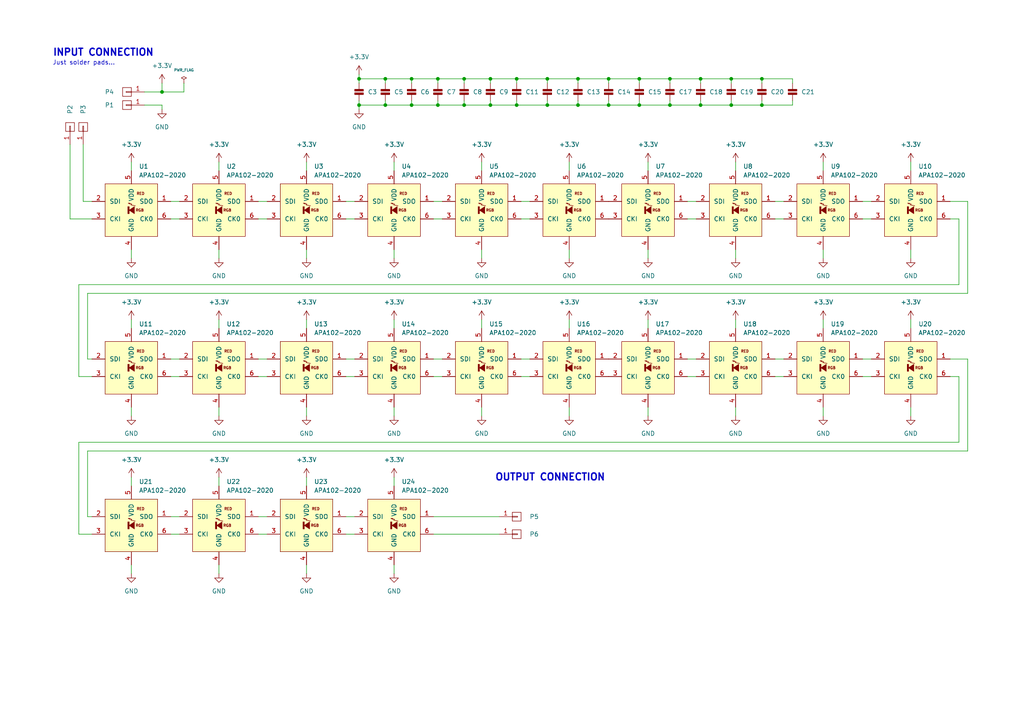
<source format=kicad_sch>
(kicad_sch (version 20230121) (generator eeschema)
  (paper "A4")
  (title_block (title "SPE Tube Interior Lighting") (date "2023-08-09") (rev "V1.0") (comment 1 "Intended to be press-fit mounted in bulkhead ") (comment 2 "Use with 3D printed lighting modifier and diffuser"))
  (lib_symbols
    (symbol "appli_capacitor:100n_X7R_1608M" (pin_numbers hide) (pin_names (offset 0.254))
      (property "Reference" "C" (at -2.286 -2.54 90))
      (property "Value" "100n_X7R_1608M" (at 2.159 -2.54 90))
      (symbol "100n_X7R_1608M_0_1"
        (rectangle (start -1.27 -2.794) (end 1.27 -3.302) (fill (type outline)))
        (rectangle (start -1.27 -1.778) (end 1.27 -2.286) (fill (type outline)))
      )
      (symbol "100n_X7R_1608M_1_1"
        (pin passive line (at 0 0 270) (length 1.778) (name "~") (number "1"))
        (pin passive line (at 0 -5.08 90) (length 1.778) (name "~") (number "2"))
      )
    )
    (symbol "appli_connector:PAD_SOLDER_2mm_SQUARE" (pin_names (offset 1.016) hide)
      (property "Reference" "P" (at 0 2.54 0))
      (property "Value" "PAD_SOLDER_2mm" (at 0 -3.81 0))
      (symbol "PAD_SOLDER_2mm_SQUARE_0_1"
        (rectangle (start -1.27 0.127) (end 0.254 -0.127))
        (rectangle (start -1.27 1.27) (end 1.27 -1.27))
      )
      (symbol "PAD_SOLDER_2mm_SQUARE_1_1"
        (pin passive line (at -5.08 0 0) (length 3.81) (name "P1") (number "1"))
      )
    )
    (symbol "appli_device:APA102-2020" (pin_names (offset 1.27))
      (property "Reference" "U" (at -6.35 8.89 0))
      (property "Value" "APA102-2020" (at 8.89 8.89 0))
      (symbol "APA102-2020_0_0"
        (text "RED" (at 2.667 4.826 0) (effects (font (size 0.762 0.762))))
        (text "RGB" (at 2.413 0 0) (effects (font (size 0.762 0.762))))
      )
      (symbol "APA102-2020_0_1"
        (rectangle (start -1.016 1.016) (end -0.635 -1.016) (fill (type outline)))
        (polyline (pts (xy -0.635 0) (xy 0.889 1.016) (xy 0.889 -1.016) (xy -0.635 0)) (fill (type outline)))
        (polyline (pts (xy -0.381 2.032) (xy -0.889 2.032) (xy -0.381 1.778) (xy -0.381 1.778)))
        (polyline (pts (xy 1.143 1.27) (xy -0.127 1.524) (xy 0.127 1.778) (xy -0.889 2.032) (xy -0.889 2.032) (xy -0.889 2.032)))
        (rectangle (start 7.62 7.62) (end -7.62 -7.62) (fill (type background)))
      )
      (symbol "APA102-2020_1_1"
        (pin passive line (at 11.43 2.54 180) (length 3.81) (name "SDO") (number "1"))
        (pin passive line (at -11.43 2.54 0) (length 3.81) (name "SDI") (number "2"))
        (pin passive line (at -11.43 -2.54 0) (length 3.81) (name "CKI") (number "3"))
        (pin passive line (at 0 -11.43 90) (length 3.81) (name "GND") (number "4"))
        (pin passive line (at 0 11.43 270) (length 3.81) (name "VDD") (number "5"))
        (pin passive line (at 11.43 -2.54 180) (length 3.81) (name "CK0") (number "6"))
      )
    )
    (symbol "appli_power:+3.3V" (power) (pin_names (offset 0))
      (property "Value" "+3.3V" (at 0 3.556 0))
      (symbol "+3.3V_0_1"
        (polyline (pts (xy -0.762 1.27) (xy 0 2.54)))
        (polyline (pts (xy 0 0) (xy 0 2.54)))
        (polyline (pts (xy 0 2.54) (xy 0.762 1.27)))
      )
      (symbol "+3.3V_1_1"
        (pin power_in line (at 0 0 90) (length 0) hide (name "+3.3V") (number "1"))
      )
    )
    (symbol "appli_power:GND" (power) (pin_names (offset 0))
      (property "Value" "GND" (at 0 -3.81 0))
      (symbol "GND_0_1"
        (polyline (pts (xy 0 0) (xy 0 -1.27) (xy 1.27 -1.27) (xy 0 -2.54) (xy -1.27 -1.27) (xy 0 -1.27)))
      )
      (symbol "GND_1_1"
        (pin power_in line (at 0 0 270) (length 0) hide (name "GND") (number "1"))
      )
    )
    (symbol "appli_power:PWR_FLAG" (power) (pin_numbers hide) (pin_names (offset 0) hide)
      (property "Value" "PWR_FLAG" (at 0 2.54 0))
      (symbol "PWR_FLAG_0_0"
        (pin power_out line (at 0 0 90) (length 0) (name "pwr") (number "1"))
      )
      (symbol "PWR_FLAG_0_1"
        (polyline (pts (xy 0 0) (xy 0 1.143) (xy -0.762 1.524) (xy 0 1.905) (xy 0.762 1.524) (xy 0 1.143)))
      )
    )
  )
  (junction (at 127 22.86))
  (junction (at 142.24 30.48))
  (junction (at 111.76 30.48))
  (junction (at 185.42 22.86))
  (junction (at 158.75 30.48))
  (junction (at 194.31 22.86))
  (junction (at 134.62 22.86))
  (junction (at 194.31 30.48))
  (junction (at 158.75 22.86))
  (junction (at 46.99 26.67))
  (junction (at 176.53 22.86))
  (junction (at 220.98 30.48))
  (junction (at 111.76 22.86))
  (junction (at 142.24 22.86))
  (junction (at 104.14 22.86))
  (junction (at 119.38 30.48))
  (junction (at 149.86 22.86))
  (junction (at 185.42 30.48))
  (junction (at 212.09 30.48))
  (junction (at 203.2 30.48))
  (junction (at 212.09 22.86))
  (junction (at 104.14 30.48))
  (junction (at 167.64 30.48))
  (junction (at 176.53 30.48))
  (junction (at 119.38 22.86))
  (junction (at 203.2 22.86))
  (junction (at 127 30.48))
  (junction (at 167.64 22.86))
  (junction (at 134.62 30.48))
  (junction (at 220.98 22.86))
  (junction (at 149.86 30.48))
  (wire (pts (xy 24.13 58.42) (xy 26.67 58.42)))
  (wire (pts (xy 187.96 118.11) (xy 187.96 120.65)))
  (wire (pts (xy 158.75 22.86) (xy 158.75 24.13)))
  (wire (pts (xy 142.24 30.48) (xy 149.86 30.48)))
  (wire (pts (xy 22.86 109.22) (xy 26.67 109.22)))
  (wire (pts (xy 139.7 72.39) (xy 139.7 74.93)))
  (wire (pts (xy 203.2 22.86) (xy 212.09 22.86)))
  (wire (pts (xy 119.38 22.86) (xy 119.38 24.13)))
  (wire (pts (xy 125.73 154.94) (xy 144.78 154.94)))
  (wire (pts (xy 250.19 104.14) (xy 252.73 104.14)))
  (wire (pts (xy 111.76 30.48) (xy 119.38 30.48)))
  (wire (pts (xy 149.86 29.21) (xy 149.86 30.48)))
  (wire (pts (xy 63.5 92.71) (xy 63.5 95.25)))
  (wire (pts (xy 212.09 22.86) (xy 220.98 22.86)))
  (wire (pts (xy 125.73 149.86) (xy 144.78 149.86)))
  (wire (pts (xy 176.53 22.86) (xy 185.42 22.86)))
  (wire (pts (xy 213.36 92.71) (xy 213.36 95.25)))
  (wire (pts (xy 250.19 109.22) (xy 252.73 109.22)))
  (wire (pts (xy 264.16 118.11) (xy 264.16 120.65)))
  (wire (pts (xy 25.4 130.81) (xy 25.4 149.86)))
  (wire (pts (xy 119.38 30.48) (xy 127 30.48)))
  (wire (pts (xy 104.14 29.21) (xy 104.14 30.48)))
  (wire (pts (xy 199.39 63.5) (xy 201.93 63.5)))
  (wire (pts (xy 24.13 41.91) (xy 24.13 58.42)))
  (wire (pts (xy 88.9 92.71) (xy 88.9 95.25)))
  (wire (pts (xy 167.64 29.21) (xy 167.64 30.48)))
  (wire (pts (xy 88.9 72.39) (xy 88.9 74.93)))
  (wire (pts (xy 220.98 22.86) (xy 229.87 22.86)))
  (wire (pts (xy 158.75 22.86) (xy 167.64 22.86)))
  (wire (pts (xy 213.36 46.99) (xy 213.36 49.53)))
  (wire (pts (xy 38.1 92.71) (xy 38.1 95.25)))
  (wire (pts (xy 41.91 26.67) (xy 46.99 26.67)))
  (wire (pts (xy 74.93 58.42) (xy 77.47 58.42)))
  (wire (pts (xy 100.33 63.5) (xy 102.87 63.5)))
  (wire (pts (xy 167.64 22.86) (xy 167.64 24.13)))
  (wire (pts (xy 280.67 85.09) (xy 25.4 85.09)))
  (wire (pts (xy 185.42 22.86) (xy 185.42 24.13)))
  (wire (pts (xy 49.53 63.5) (xy 52.07 63.5)))
  (wire (pts (xy 224.79 58.42) (xy 227.33 58.42)))
  (wire (pts (xy 125.73 104.14) (xy 128.27 104.14)))
  (wire (pts (xy 165.1 92.71) (xy 165.1 95.25)))
  (wire (pts (xy 212.09 30.48) (xy 220.98 30.48)))
  (wire (pts (xy 229.87 22.86) (xy 229.87 24.13)))
  (wire (pts (xy 127 29.21) (xy 127 30.48)))
  (wire (pts (xy 139.7 118.11) (xy 139.7 120.65)))
  (wire (pts (xy 134.62 30.48) (xy 142.24 30.48)))
  (wire (pts (xy 220.98 22.86) (xy 220.98 24.13)))
  (wire (pts (xy 114.3 163.83) (xy 114.3 166.37)))
  (wire (pts (xy 203.2 29.21) (xy 203.2 30.48)))
  (wire (pts (xy 127 22.86) (xy 127 24.13)))
  (wire (pts (xy 212.09 22.86) (xy 212.09 24.13)))
  (wire (pts (xy 49.53 109.22) (xy 52.07 109.22)))
  (wire (pts (xy 100.33 104.14) (xy 102.87 104.14)))
  (wire (pts (xy 275.59 104.14) (xy 280.67 104.14)))
  (wire (pts (xy 278.13 128.27) (xy 22.86 128.27)))
  (wire (pts (xy 25.4 149.86) (xy 26.67 149.86)))
  (wire (pts (xy 187.96 72.39) (xy 187.96 74.93)))
  (wire (pts (xy 224.79 109.22) (xy 227.33 109.22)))
  (wire (pts (xy 194.31 30.48) (xy 203.2 30.48)))
  (wire (pts (xy 104.14 30.48) (xy 104.14 31.75)))
  (wire (pts (xy 275.59 58.42) (xy 280.67 58.42)))
  (wire (pts (xy 203.2 22.86) (xy 203.2 24.13)))
  (wire (pts (xy 38.1 163.83) (xy 38.1 166.37)))
  (wire (pts (xy 212.09 29.21) (xy 212.09 30.48)))
  (wire (pts (xy 238.76 46.99) (xy 238.76 49.53)))
  (wire (pts (xy 142.24 22.86) (xy 142.24 24.13)))
  (wire (pts (xy 111.76 22.86) (xy 119.38 22.86)))
  (wire (pts (xy 278.13 82.55) (xy 22.86 82.55)))
  (wire (pts (xy 187.96 46.99) (xy 187.96 49.53)))
  (wire (pts (xy 41.91 30.48) (xy 46.99 30.48)))
  (wire (pts (xy 25.4 104.14) (xy 26.67 104.14)))
  (wire (pts (xy 74.93 104.14) (xy 77.47 104.14)))
  (wire (pts (xy 275.59 63.5) (xy 278.13 63.5)))
  (wire (pts (xy 22.86 154.94) (xy 26.67 154.94)))
  (wire (pts (xy 158.75 30.48) (xy 167.64 30.48)))
  (wire (pts (xy 149.86 22.86) (xy 158.75 22.86)))
  (wire (pts (xy 275.59 109.22) (xy 278.13 109.22)))
  (wire (pts (xy 74.93 154.94) (xy 77.47 154.94)))
  (wire (pts (xy 139.7 46.99) (xy 139.7 49.53)))
  (wire (pts (xy 165.1 72.39) (xy 165.1 74.93)))
  (wire (pts (xy 20.32 41.91) (xy 20.32 63.5)))
  (wire (pts (xy 165.1 118.11) (xy 165.1 120.65)))
  (wire (pts (xy 250.19 58.42) (xy 252.73 58.42)))
  (wire (pts (xy 88.9 118.11) (xy 88.9 120.65)))
  (wire (pts (xy 229.87 29.21) (xy 229.87 30.48)))
  (wire (pts (xy 139.7 92.71) (xy 139.7 95.25)))
  (wire (pts (xy 114.3 138.43) (xy 114.3 140.97)))
  (wire (pts (xy 151.13 104.14) (xy 153.67 104.14)))
  (wire (pts (xy 134.62 22.86) (xy 142.24 22.86)))
  (wire (pts (xy 194.31 29.21) (xy 194.31 30.48)))
  (wire (pts (xy 278.13 109.22) (xy 278.13 128.27)))
  (wire (pts (xy 185.42 22.86) (xy 194.31 22.86)))
  (wire (pts (xy 114.3 46.99) (xy 114.3 49.53)))
  (wire (pts (xy 63.5 118.11) (xy 63.5 120.65)))
  (wire (pts (xy 165.1 46.99) (xy 165.1 49.53)))
  (wire (pts (xy 134.62 29.21) (xy 134.62 30.48)))
  (wire (pts (xy 38.1 118.11) (xy 38.1 120.65)))
  (wire (pts (xy 185.42 29.21) (xy 185.42 30.48)))
  (wire (pts (xy 125.73 58.42) (xy 128.27 58.42)))
  (wire (pts (xy 127 30.48) (xy 134.62 30.48)))
  (wire (pts (xy 220.98 30.48) (xy 229.87 30.48)))
  (wire (pts (xy 22.86 128.27) (xy 22.86 154.94)))
  (wire (pts (xy 88.9 138.43) (xy 88.9 140.97)))
  (wire (pts (xy 46.99 24.13) (xy 46.99 26.67)))
  (wire (pts (xy 220.98 29.21) (xy 220.98 30.48)))
  (wire (pts (xy 49.53 104.14) (xy 52.07 104.14)))
  (wire (pts (xy 149.86 22.86) (xy 149.86 24.13)))
  (wire (pts (xy 100.33 149.86) (xy 102.87 149.86)))
  (wire (pts (xy 114.3 72.39) (xy 114.3 74.93)))
  (wire (pts (xy 194.31 22.86) (xy 194.31 24.13)))
  (wire (pts (xy 167.64 22.86) (xy 176.53 22.86)))
  (wire (pts (xy 88.9 163.83) (xy 88.9 166.37)))
  (wire (pts (xy 49.53 154.94) (xy 52.07 154.94)))
  (wire (pts (xy 199.39 58.42) (xy 201.93 58.42)))
  (wire (pts (xy 38.1 138.43) (xy 38.1 140.97)))
  (wire (pts (xy 149.86 30.48) (xy 158.75 30.48)))
  (wire (pts (xy 88.9 46.99) (xy 88.9 49.53)))
  (wire (pts (xy 280.67 104.14) (xy 280.67 130.81)))
  (wire (pts (xy 100.33 109.22) (xy 102.87 109.22)))
  (wire (pts (xy 280.67 130.81) (xy 25.4 130.81)))
  (wire (pts (xy 158.75 29.21) (xy 158.75 30.48)))
  (wire (pts (xy 63.5 163.83) (xy 63.5 166.37)))
  (wire (pts (xy 176.53 22.86) (xy 176.53 24.13)))
  (wire (pts (xy 74.93 63.5) (xy 77.47 63.5)))
  (wire (pts (xy 176.53 29.21) (xy 176.53 30.48)))
  (wire (pts (xy 213.36 118.11) (xy 213.36 120.65)))
  (wire (pts (xy 176.53 30.48) (xy 185.42 30.48)))
  (wire (pts (xy 238.76 118.11) (xy 238.76 120.65)))
  (wire (pts (xy 114.3 118.11) (xy 114.3 120.65)))
  (wire (pts (xy 104.14 22.86) (xy 104.14 24.13)))
  (wire (pts (xy 142.24 29.21) (xy 142.24 30.48)))
  (wire (pts (xy 100.33 58.42) (xy 102.87 58.42)))
  (wire (pts (xy 111.76 22.86) (xy 111.76 24.13)))
  (wire (pts (xy 74.93 109.22) (xy 77.47 109.22)))
  (wire (pts (xy 74.93 149.86) (xy 77.47 149.86)))
  (wire (pts (xy 238.76 72.39) (xy 238.76 74.93)))
  (wire (pts (xy 100.33 154.94) (xy 102.87 154.94)))
  (wire (pts (xy 213.36 72.39) (xy 213.36 74.93)))
  (wire (pts (xy 167.64 30.48) (xy 176.53 30.48)))
  (wire (pts (xy 125.73 63.5) (xy 128.27 63.5)))
  (wire (pts (xy 49.53 149.86) (xy 52.07 149.86)))
  (wire (pts (xy 278.13 63.5) (xy 278.13 82.55)))
  (wire (pts (xy 264.16 92.71) (xy 264.16 95.25)))
  (wire (pts (xy 125.73 109.22) (xy 128.27 109.22)))
  (wire (pts (xy 151.13 63.5) (xy 153.67 63.5)))
  (wire (pts (xy 104.14 22.86) (xy 111.76 22.86)))
  (wire (pts (xy 46.99 30.48) (xy 46.99 31.75)))
  (wire (pts (xy 224.79 104.14) (xy 227.33 104.14)))
  (wire (pts (xy 238.76 92.71) (xy 238.76 95.25)))
  (wire (pts (xy 22.86 82.55) (xy 22.86 109.22)))
  (wire (pts (xy 38.1 72.39) (xy 38.1 74.93)))
  (wire (pts (xy 194.31 22.86) (xy 203.2 22.86)))
  (wire (pts (xy 280.67 58.42) (xy 280.67 85.09)))
  (wire (pts (xy 185.42 30.48) (xy 194.31 30.48)))
  (wire (pts (xy 264.16 72.39) (xy 264.16 74.93)))
  (wire (pts (xy 111.76 29.21) (xy 111.76 30.48)))
  (wire (pts (xy 250.19 63.5) (xy 252.73 63.5)))
  (wire (pts (xy 104.14 21.59) (xy 104.14 22.86)))
  (wire (pts (xy 142.24 22.86) (xy 149.86 22.86)))
  (wire (pts (xy 63.5 46.99) (xy 63.5 49.53)))
  (wire (pts (xy 46.99 26.67) (xy 53.34 26.67)))
  (wire (pts (xy 49.53 58.42) (xy 52.07 58.42)))
  (wire (pts (xy 264.16 46.99) (xy 264.16 49.53)))
  (wire (pts (xy 119.38 22.86) (xy 127 22.86)))
  (wire (pts (xy 114.3 92.71) (xy 114.3 95.25)))
  (wire (pts (xy 38.1 46.99) (xy 38.1 49.53)))
  (wire (pts (xy 63.5 138.43) (xy 63.5 140.97)))
  (wire (pts (xy 203.2 30.48) (xy 212.09 30.48)))
  (wire (pts (xy 25.4 85.09) (xy 25.4 104.14)))
  (wire (pts (xy 187.96 92.71) (xy 187.96 95.25)))
  (wire (pts (xy 20.32 63.5) (xy 26.67 63.5)))
  (wire (pts (xy 127 22.86) (xy 134.62 22.86)))
  (wire (pts (xy 63.5 72.39) (xy 63.5 74.93)))
  (wire (pts (xy 151.13 109.22) (xy 153.67 109.22)))
  (wire (pts (xy 199.39 109.22) (xy 201.93 109.22)))
  (wire (pts (xy 224.79 63.5) (xy 227.33 63.5)))
  (wire (pts (xy 104.14 30.48) (xy 111.76 30.48)))
  (wire (pts (xy 199.39 104.14) (xy 201.93 104.14)))
  (wire (pts (xy 134.62 22.86) (xy 134.62 24.13)))
  (wire (pts (xy 151.13 58.42) (xy 153.67 58.42)))
  (wire (pts (xy 53.34 24.13) (xy 53.34 26.67)))
  (wire (pts (xy 119.38 29.21) (xy 119.38 30.48)))
  (text "OUTPUT CONNECTION" (at 143.51 139.7 0) (effects (font (size 2 2) (thickness 0.4) bold) (justify left bottom)))
  (text "Just solder pads..." (at 15.24 19.05 0) (effects (font (size 1.27 1.27)) (justify left bottom)))
  (text "INPUT CONNECTION" (at 15.24 16.51 0) (effects (font (size 2 2) (thickness 0.4) bold) (justify left bottom)))
  (symbol (lib_id "appli_power:+3.3V") (at 139.7 46.99 0) (unit 1)
    (property "Reference" "#PWR012" (effects hide))
    (property "Value" "+3.3V" (at 139.7 41.91 0))
  )
  (symbol (lib_id "appli_device:APA102-2020") (at 213.36 60.96 0) (unit 1)
    (property "Reference" "U8" (at 215.5541 48.26 0) (effects (justify left)))
    (property "Value" "APA102-2020" (at 215.5541 50.8 0) (effects (justify left)))
    (property "Footprint" "Applidyne_LED:AP102_200X200X90L" (effects hide))
    (property "Datasheet" "http://www.led-color.com/upload/201604/APA102-2020%20SMD%20LED.pdf" (effects hide))
    (property "manf" "DotStar" (effects hide))
    (property "manf#" "APA102–2020" (effects hide))
    (property "Supplier Price" "$5.95" (effects hide))
    (property "Supplier" "Adafruit" (effects hide))
    (property "Supplier URL" "https://www.adafruit.com/product/3341" (effects hide))
    (property "Supplier Part No" "3341" (effects hide))
    (property "Supplier Price Break" "10" (effects hide))
  )
  (symbol (lib_id "appli_power:GND") (at 46.99 31.75 0) (unit 1)
    (property "Reference" "#PWR06" (effects hide))
    (property "Value" "GND" (at 46.99 36.83 0))
  )
  (symbol (lib_id "appli_capacitor:100n_X7R_1608M") (at 134.62 24.13 0) (unit 1)
    (property "Reference" "C8" (at 137.16 26.67 0) (effects (justify left)))
    (property "Value" "100n_X7R_1608M" (effects hide))
    (property "Footprint" "Applidyne_Capacitor:CAPC1608X90L" (effects hide))
    (property "Datasheet" "http://www.farnell.com/datasheets/1732728.pdf" (effects hide))
    (property "manf" "KEMET" (effects hide))
    (property "manf#" "C0603C104K5RACAUTO" (effects hide))
    (property "Supplier" "Element14" (effects hide))
    (property "Supplier Part No" "2070398" (effects hide))
    (property "Supplier URL" "http://au.element14.com/kemet/c0603c104k5racauto/cap-mlcc-x7r-100nf-50v-0603/dp/2070398" (effects hide))
    (property "Supplier Price" "0.011" (effects hide))
    (property "Supplier Price Break" "1" (effects hide))
  )
  (symbol (lib_id "appli_capacitor:100n_X7R_1608M") (at 111.76 24.13 0) (unit 1)
    (property "Reference" "C5" (at 114.3 26.67 0) (effects (justify left)))
    (property "Value" "100n_X7R_1608M" (effects hide))
    (property "Footprint" "Applidyne_Capacitor:CAPC1608X90L" (effects hide))
    (property "Datasheet" "http://www.farnell.com/datasheets/1732728.pdf" (effects hide))
    (property "manf" "KEMET" (effects hide))
    (property "manf#" "C0603C104K5RACAUTO" (effects hide))
    (property "Supplier" "Element14" (effects hide))
    (property "Supplier Part No" "2070398" (effects hide))
    (property "Supplier URL" "http://au.element14.com/kemet/c0603c104k5racauto/cap-mlcc-x7r-100nf-50v-0603/dp/2070398" (effects hide))
    (property "Supplier Price" "0.011" (effects hide))
    (property "Supplier Price Break" "1" (effects hide))
  )
  (symbol (lib_id "appli_power:+3.3V") (at 63.5 92.71 0) (unit 1)
    (property "Reference" "#PWR025" (effects hide))
    (property "Value" "+3.3V" (at 63.5 87.63 0))
  )
  (symbol (lib_id "appli_device:APA102-2020") (at 238.76 60.96 0) (unit 1)
    (property "Reference" "U9" (at 240.9541 48.26 0) (effects (justify left)))
    (property "Value" "APA102-2020" (at 240.9541 50.8 0) (effects (justify left)))
    (property "Footprint" "Applidyne_LED:AP102_200X200X90L" (effects hide))
    (property "Datasheet" "http://www.led-color.com/upload/201604/APA102-2020%20SMD%20LED.pdf" (effects hide))
    (property "manf" "DotStar" (effects hide))
    (property "manf#" "APA102–2020" (effects hide))
    (property "Supplier Price" "$5.95" (effects hide))
    (property "Supplier" "Adafruit" (effects hide))
    (property "Supplier URL" "https://www.adafruit.com/product/3341" (effects hide))
    (property "Supplier Part No" "3341" (effects hide))
    (property "Supplier Price Break" "10" (effects hide))
  )
  (symbol (lib_id "appli_power:GND") (at 165.1 120.65 0) (unit 1)
    (property "Reference" "#PWR034" (effects hide))
    (property "Value" "GND" (at 165.1 125.73 0))
  )
  (symbol (lib_id "appli_power:GND") (at 139.7 120.65 0) (unit 1)
    (property "Reference" "#PWR032" (effects hide))
    (property "Value" "GND" (at 139.7 125.73 0))
  )
  (symbol (lib_id "appli_device:APA102-2020") (at 165.1 106.68 0) (unit 1)
    (property "Reference" "U16" (at 167.2941 93.98 0) (effects (justify left)))
    (property "Value" "APA102-2020" (at 167.2941 96.52 0) (effects (justify left)))
    (property "Footprint" "Applidyne_LED:AP102_200X200X90L" (effects hide))
    (property "Datasheet" "http://www.led-color.com/upload/201604/APA102-2020%20SMD%20LED.pdf" (effects hide))
    (property "manf" "DotStar" (effects hide))
    (property "manf#" "APA102–2020" (effects hide))
    (property "Supplier Price" "$5.95" (effects hide))
    (property "Supplier" "Adafruit" (effects hide))
    (property "Supplier URL" "https://www.adafruit.com/product/3341" (effects hide))
    (property "Supplier Part No" "3341" (effects hide))
    (property "Supplier Price Break" "10" (effects hide))
  )
  (symbol (lib_id "appli_power:+3.3V") (at 114.3 138.43 0) (unit 1)
    (property "Reference" "#PWR049" (effects hide))
    (property "Value" "+3.3V" (at 114.3 133.35 0))
  )
  (symbol (lib_id "appli_power:+3.3V") (at 104.14 21.59 0) (unit 1)
    (property "Reference" "#PWR051" (effects hide))
    (property "Value" "+3.3V" (at 104.14 16.51 0))
  )
  (symbol (lib_id "appli_power:GND") (at 38.1 74.93 0) (unit 1)
    (property "Reference" "#PWR01" (effects hide))
    (property "Value" "GND" (at 38.1 80.01 0))
  )
  (symbol (lib_id "appli_capacitor:100n_X7R_1608M") (at 220.98 24.13 0) (unit 1)
    (property "Reference" "C20" (at 223.52 26.67 0) (effects (justify left)))
    (property "Value" "100n_X7R_1608M" (effects hide))
    (property "Footprint" "Applidyne_Capacitor:CAPC1608X90L" (effects hide))
    (property "Datasheet" "http://www.farnell.com/datasheets/1732728.pdf" (effects hide))
    (property "manf" "KEMET" (effects hide))
    (property "manf#" "C0603C104K5RACAUTO" (effects hide))
    (property "Supplier" "Element14" (effects hide))
    (property "Supplier Part No" "2070398" (effects hide))
    (property "Supplier URL" "http://au.element14.com/kemet/c0603c104k5racauto/cap-mlcc-x7r-100nf-50v-0603/dp/2070398" (effects hide))
    (property "Supplier Price" "0.011" (effects hide))
    (property "Supplier Price Break" "1" (effects hide))
  )
  (symbol (lib_id "appli_power:GND") (at 38.1 120.65 0) (unit 1)
    (property "Reference" "#PWR024" (effects hide))
    (property "Value" "GND" (at 38.1 125.73 0))
  )
  (symbol (lib_id "appli_power:GND") (at 187.96 74.93 0) (unit 1)
    (property "Reference" "#PWR016" (effects hide))
    (property "Value" "GND" (at 187.96 80.01 0))
  )
  (symbol (lib_id "appli_device:APA102-2020") (at 38.1 152.4 0) (unit 1)
    (property "Reference" "U21" (at 40.2941 139.7 0) (effects (justify left)))
    (property "Value" "APA102-2020" (at 40.2941 142.24 0) (effects (justify left)))
    (property "Footprint" "Applidyne_LED:AP102_200X200X90L" (effects hide))
    (property "Datasheet" "http://www.led-color.com/upload/201604/APA102-2020%20SMD%20LED.pdf" (effects hide))
    (property "manf" "DotStar" (effects hide))
    (property "manf#" "APA102–2020" (effects hide))
    (property "Supplier Price" "$5.95" (effects hide))
    (property "Supplier" "Adafruit" (effects hide))
    (property "Supplier URL" "https://www.adafruit.com/product/3341" (effects hide))
    (property "Supplier Part No" "3341" (effects hide))
    (property "Supplier Price Break" "10" (effects hide))
  )
  (symbol (lib_id "appli_power:+3.3V") (at 38.1 46.99 0) (unit 1)
    (property "Reference" "#PWR03" (effects hide))
    (property "Value" "+3.3V" (at 38.1 41.91 0))
  )
  (symbol (lib_id "appli_power:GND") (at 114.3 74.93 0) (unit 1)
    (property "Reference" "#PWR010" (effects hide))
    (property "Value" "GND" (at 114.3 80.01 0))
  )
  (symbol (lib_id "appli_device:APA102-2020") (at 187.96 60.96 0) (unit 1)
    (property "Reference" "U7" (at 190.1541 48.26 0) (effects (justify left)))
    (property "Value" "APA102-2020" (at 190.1541 50.8 0) (effects (justify left)))
    (property "Footprint" "Applidyne_LED:AP102_200X200X90L" (effects hide))
    (property "Datasheet" "http://www.led-color.com/upload/201604/APA102-2020%20SMD%20LED.pdf" (effects hide))
    (property "manf" "DotStar" (effects hide))
    (property "manf#" "APA102–2020" (effects hide))
    (property "Supplier Price" "$5.95" (effects hide))
    (property "Supplier" "Adafruit" (effects hide))
    (property "Supplier URL" "https://www.adafruit.com/product/3341" (effects hide))
    (property "Supplier Part No" "3341" (effects hide))
    (property "Supplier Price Break" "10" (effects hide))
  )
  (symbol (lib_id "appli_connector:PAD_SOLDER_2mm_SQUARE") (at 20.32 36.83 270) (mirror x) (unit 1)
    (property "Reference" "P2" (at 20.32 31.75 0))
    (property "Value" "PAD_SOLDER_2mm" (effects hide))
    (property "Footprint" "Applidyne_Connector:PAD_SOLDER_2mm_SQUARE" (effects hide))
    (property "manf" "DIY" (effects hide))
    (property "Supplier" "No part" (effects hide))
    (property "Supplier Price" "0.0" (effects hide))
    (property "Supplier Price Break" "1" (effects hide))
  )
  (symbol (lib_id "appli_power:+3.3V") (at 238.76 46.99 0) (unit 1)
    (property "Reference" "#PWR019" (effects hide))
    (property "Value" "+3.3V" (at 238.76 41.91 0))
  )
  (symbol (lib_id "appli_power:+3.3V") (at 139.7 92.71 0) (unit 1)
    (property "Reference" "#PWR031" (effects hide))
    (property "Value" "+3.3V" (at 139.7 87.63 0))
  )
  (symbol (lib_id "appli_power:+3.3V") (at 213.36 46.99 0) (unit 1)
    (property "Reference" "#PWR017" (effects hide))
    (property "Value" "+3.3V" (at 213.36 41.91 0))
  )
  (symbol (lib_id "appli_power:+3.3V") (at 38.1 138.43 0) (unit 1)
    (property "Reference" "#PWR043" (effects hide))
    (property "Value" "+3.3V" (at 38.1 133.35 0))
  )
  (symbol (lib_id "appli_power:+3.3V") (at 213.36 92.71 0) (unit 1)
    (property "Reference" "#PWR037" (effects hide))
    (property "Value" "+3.3V" (at 213.36 87.63 0))
  )
  (symbol (lib_id "appli_capacitor:100n_X7R_1608M") (at 142.24 24.13 0) (unit 1)
    (property "Reference" "C9" (at 144.78 26.67 0) (effects (justify left)))
    (property "Value" "100n_X7R_1608M" (effects hide))
    (property "Footprint" "Applidyne_Capacitor:CAPC1608X90L" (effects hide))
    (property "Datasheet" "http://www.farnell.com/datasheets/1732728.pdf" (effects hide))
    (property "manf" "KEMET" (effects hide))
    (property "manf#" "C0603C104K5RACAUTO" (effects hide))
    (property "Supplier" "Element14" (effects hide))
    (property "Supplier Part No" "2070398" (effects hide))
    (property "Supplier URL" "http://au.element14.com/kemet/c0603c104k5racauto/cap-mlcc-x7r-100nf-50v-0603/dp/2070398" (effects hide))
    (property "Supplier Price" "0.011" (effects hide))
    (property "Supplier Price Break" "1" (effects hide))
  )
  (symbol (lib_id "appli_device:APA102-2020") (at 88.9 152.4 0) (unit 1)
    (property "Reference" "U23" (at 91.0941 139.7 0) (effects (justify left)))
    (property "Value" "APA102-2020" (at 91.0941 142.24 0) (effects (justify left)))
    (property "Footprint" "Applidyne_LED:AP102_200X200X90L" (effects hide))
    (property "Datasheet" "http://www.led-color.com/upload/201604/APA102-2020%20SMD%20LED.pdf" (effects hide))
    (property "manf" "DotStar" (effects hide))
    (property "manf#" "APA102–2020" (effects hide))
    (property "Supplier Price" "$5.95" (effects hide))
    (property "Supplier" "Adafruit" (effects hide))
    (property "Supplier URL" "https://www.adafruit.com/product/3341" (effects hide))
    (property "Supplier Part No" "3341" (effects hide))
    (property "Supplier Price Break" "10" (effects hide))
  )
  (symbol (lib_id "appli_power:GND") (at 114.3 120.65 0) (unit 1)
    (property "Reference" "#PWR030" (effects hide))
    (property "Value" "GND" (at 114.3 125.73 0))
  )
  (symbol (lib_id "appli_power:GND") (at 165.1 74.93 0) (unit 1)
    (property "Reference" "#PWR014" (effects hide))
    (property "Value" "GND" (at 165.1 80.01 0))
  )
  (symbol (lib_id "appli_power:GND") (at 187.96 120.65 0) (unit 1)
    (property "Reference" "#PWR036" (effects hide))
    (property "Value" "GND" (at 187.96 125.73 0))
  )
  (symbol (lib_id "appli_power:+3.3V") (at 46.99 24.13 0) (unit 1)
    (property "Reference" "#PWR05" (effects hide))
    (property "Value" "+3.3V" (at 46.99 19.05 0))
  )
  (symbol (lib_id "appli_power:GND") (at 104.14 31.75 0) (unit 1)
    (property "Reference" "#PWR052" (effects hide))
    (property "Value" "GND" (at 104.14 36.83 0))
  )
  (symbol (lib_id "appli_device:APA102-2020") (at 139.7 106.68 0) (unit 1)
    (property "Reference" "U15" (at 141.8941 93.98 0) (effects (justify left)))
    (property "Value" "APA102-2020" (at 141.8941 96.52 0) (effects (justify left)))
    (property "Footprint" "Applidyne_LED:AP102_200X200X90L" (effects hide))
    (property "Datasheet" "http://www.led-color.com/upload/201604/APA102-2020%20SMD%20LED.pdf" (effects hide))
    (property "manf" "DotStar" (effects hide))
    (property "manf#" "APA102–2020" (effects hide))
    (property "Supplier Price" "$5.95" (effects hide))
    (property "Supplier" "Adafruit" (effects hide))
    (property "Supplier URL" "https://www.adafruit.com/product/3341" (effects hide))
    (property "Supplier Part No" "3341" (effects hide))
    (property "Supplier Price Break" "10" (effects hide))
  )
  (symbol (lib_id "appli_power:+3.3V") (at 63.5 138.43 0) (unit 1)
    (property "Reference" "#PWR045" (effects hide))
    (property "Value" "+3.3V" (at 63.5 133.35 0))
  )
  (symbol (lib_id "appli_device:APA102-2020") (at 63.5 60.96 0) (unit 1)
    (property "Reference" "U2" (at 65.6941 48.26 0) (effects (justify left)))
    (property "Value" "APA102-2020" (at 65.6941 50.8 0) (effects (justify left)))
    (property "Footprint" "Applidyne_LED:AP102_200X200X90L" (effects hide))
    (property "Datasheet" "http://www.led-color.com/upload/201604/APA102-2020%20SMD%20LED.pdf" (effects hide))
    (property "manf" "DotStar" (effects hide))
    (property "manf#" "APA102–2020" (effects hide))
    (property "Supplier Price" "$5.95" (effects hide))
    (property "Supplier" "Adafruit" (effects hide))
    (property "Supplier URL" "https://www.adafruit.com/product/3341" (effects hide))
    (property "Supplier Part No" "3341" (effects hide))
    (property "Supplier Price Break" "10" (effects hide))
  )
  (symbol (lib_id "appli_capacitor:100n_X7R_1608M") (at 194.31 24.13 0) (unit 1)
    (property "Reference" "C17" (at 196.85 26.67 0) (effects (justify left)))
    (property "Value" "100n_X7R_1608M" (effects hide))
    (property "Footprint" "Applidyne_Capacitor:CAPC1608X90L" (effects hide))
    (property "Datasheet" "http://www.farnell.com/datasheets/1732728.pdf" (effects hide))
    (property "manf" "KEMET" (effects hide))
    (property "manf#" "C0603C104K5RACAUTO" (effects hide))
    (property "Supplier" "Element14" (effects hide))
    (property "Supplier Part No" "2070398" (effects hide))
    (property "Supplier URL" "http://au.element14.com/kemet/c0603c104k5racauto/cap-mlcc-x7r-100nf-50v-0603/dp/2070398" (effects hide))
    (property "Supplier Price" "0.011" (effects hide))
    (property "Supplier Price Break" "1" (effects hide))
  )
  (symbol (lib_id "appli_device:APA102-2020") (at 213.36 106.68 0) (unit 1)
    (property "Reference" "U18" (at 215.5541 93.98 0) (effects (justify left)))
    (property "Value" "APA102-2020" (at 215.5541 96.52 0) (effects (justify left)))
    (property "Footprint" "Applidyne_LED:AP102_200X200X90L" (effects hide))
    (property "Datasheet" "http://www.led-color.com/upload/201604/APA102-2020%20SMD%20LED.pdf" (effects hide))
    (property "manf" "DotStar" (effects hide))
    (property "manf#" "APA102–2020" (effects hide))
    (property "Supplier Price" "$5.95" (effects hide))
    (property "Supplier" "Adafruit" (effects hide))
    (property "Supplier URL" "https://www.adafruit.com/product/3341" (effects hide))
    (property "Supplier Part No" "3341" (effects hide))
    (property "Supplier Price Break" "10" (effects hide))
  )
  (symbol (lib_id "appli_device:APA102-2020") (at 114.3 106.68 0) (unit 1)
    (property "Reference" "U14" (at 116.4941 93.98 0) (effects (justify left)))
    (property "Value" "APA102-2020" (at 116.4941 96.52 0) (effects (justify left)))
    (property "Footprint" "Applidyne_LED:AP102_200X200X90L" (effects hide))
    (property "Datasheet" "http://www.led-color.com/upload/201604/APA102-2020%20SMD%20LED.pdf" (effects hide))
    (property "manf" "DotStar" (effects hide))
    (property "manf#" "APA102–2020" (effects hide))
    (property "Supplier Price" "$5.95" (effects hide))
    (property "Supplier" "Adafruit" (effects hide))
    (property "Supplier URL" "https://www.adafruit.com/product/3341" (effects hide))
    (property "Supplier Part No" "3341" (effects hide))
    (property "Supplier Price Break" "10" (effects hide))
  )
  (symbol (lib_id "appli_power:+3.3V") (at 114.3 46.99 0) (unit 1)
    (property "Reference" "#PWR09" (effects hide))
    (property "Value" "+3.3V" (at 114.3 41.91 0))
  )
  (symbol (lib_id "appli_capacitor:100n_X7R_1608M") (at 176.53 24.13 0) (unit 1)
    (property "Reference" "C14" (at 179.07 26.67 0) (effects (justify left)))
    (property "Value" "100n_X7R_1608M" (effects hide))
    (property "Footprint" "Applidyne_Capacitor:CAPC1608X90L" (effects hide))
    (property "Datasheet" "http://www.farnell.com/datasheets/1732728.pdf" (effects hide))
    (property "manf" "KEMET" (effects hide))
    (property "manf#" "C0603C104K5RACAUTO" (effects hide))
    (property "Supplier" "Element14" (effects hide))
    (property "Supplier Part No" "2070398" (effects hide))
    (property "Supplier URL" "http://au.element14.com/kemet/c0603c104k5racauto/cap-mlcc-x7r-100nf-50v-0603/dp/2070398" (effects hide))
    (property "Supplier Price" "0.011" (effects hide))
    (property "Supplier Price Break" "1" (effects hide))
  )
  (symbol (lib_id "appli_power:GND") (at 264.16 74.93 0) (unit 1)
    (property "Reference" "#PWR022" (effects hide))
    (property "Value" "GND" (at 264.16 80.01 0))
  )
  (symbol (lib_id "appli_connector:PAD_SOLDER_2mm_SQUARE") (at 24.13 36.83 270) (mirror x) (unit 1)
    (property "Reference" "P3" (at 24.13 31.75 0))
    (property "Value" "PAD_SOLDER_2mm" (effects hide))
    (property "Footprint" "Applidyne_Connector:PAD_SOLDER_2mm_SQUARE" (effects hide))
    (property "manf" "DIY" (effects hide))
    (property "Supplier" "No part" (effects hide))
    (property "Supplier Price" "0.0" (effects hide))
    (property "Supplier Price Break" "1" (effects hide))
  )
  (symbol (lib_id "appli_capacitor:100n_X7R_1608M") (at 104.14 24.13 0) (unit 1)
    (property "Reference" "C3" (at 106.68 26.67 0) (effects (justify left)))
    (property "Value" "100n_X7R_1608M" (effects hide))
    (property "Footprint" "Applidyne_Capacitor:CAPC1608X90L" (effects hide))
    (property "Datasheet" "http://www.farnell.com/datasheets/1732728.pdf" (effects hide))
    (property "manf" "KEMET" (effects hide))
    (property "manf#" "C0603C104K5RACAUTO" (effects hide))
    (property "Supplier" "Element14" (effects hide))
    (property "Supplier Part No" "2070398" (effects hide))
    (property "Supplier URL" "http://au.element14.com/kemet/c0603c104k5racauto/cap-mlcc-x7r-100nf-50v-0603/dp/2070398" (effects hide))
    (property "Supplier Price" "0.011" (effects hide))
    (property "Supplier Price Break" "1" (effects hide))
  )
  (symbol (lib_id "appli_device:APA102-2020") (at 88.9 106.68 0) (unit 1)
    (property "Reference" "U13" (at 91.0941 93.98 0) (effects (justify left)))
    (property "Value" "APA102-2020" (at 91.0941 96.52 0) (effects (justify left)))
    (property "Footprint" "Applidyne_LED:AP102_200X200X90L" (effects hide))
    (property "Datasheet" "http://www.led-color.com/upload/201604/APA102-2020%20SMD%20LED.pdf" (effects hide))
    (property "manf" "DotStar" (effects hide))
    (property "manf#" "APA102–2020" (effects hide))
    (property "Supplier Price" "$5.95" (effects hide))
    (property "Supplier" "Adafruit" (effects hide))
    (property "Supplier URL" "https://www.adafruit.com/product/3341" (effects hide))
    (property "Supplier Part No" "3341" (effects hide))
    (property "Supplier Price Break" "10" (effects hide))
  )
  (symbol (lib_id "appli_capacitor:100n_X7R_1608M") (at 167.64 24.13 0) (unit 1)
    (property "Reference" "C13" (at 170.18 26.67 0) (effects (justify left)))
    (property "Value" "100n_X7R_1608M" (effects hide))
    (property "Footprint" "Applidyne_Capacitor:CAPC1608X90L" (effects hide))
    (property "Datasheet" "http://www.farnell.com/datasheets/1732728.pdf" (effects hide))
    (property "manf" "KEMET" (effects hide))
    (property "manf#" "C0603C104K5RACAUTO" (effects hide))
    (property "Supplier" "Element14" (effects hide))
    (property "Supplier Part No" "2070398" (effects hide))
    (property "Supplier URL" "http://au.element14.com/kemet/c0603c104k5racauto/cap-mlcc-x7r-100nf-50v-0603/dp/2070398" (effects hide))
    (property "Supplier Price" "0.011" (effects hide))
    (property "Supplier Price Break" "1" (effects hide))
  )
  (symbol (lib_id "appli_capacitor:100n_X7R_1608M") (at 212.09 24.13 0) (unit 1)
    (property "Reference" "C19" (at 214.63 26.67 0) (effects (justify left)))
    (property "Value" "100n_X7R_1608M" (effects hide))
    (property "Footprint" "Applidyne_Capacitor:CAPC1608X90L" (effects hide))
    (property "Datasheet" "http://www.farnell.com/datasheets/1732728.pdf" (effects hide))
    (property "manf" "KEMET" (effects hide))
    (property "manf#" "C0603C104K5RACAUTO" (effects hide))
    (property "Supplier" "Element14" (effects hide))
    (property "Supplier Part No" "2070398" (effects hide))
    (property "Supplier URL" "http://au.element14.com/kemet/c0603c104k5racauto/cap-mlcc-x7r-100nf-50v-0603/dp/2070398" (effects hide))
    (property "Supplier Price" "0.011" (effects hide))
    (property "Supplier Price Break" "1" (effects hide))
  )
  (symbol (lib_id "appli_connector:PAD_SOLDER_2mm_SQUARE") (at 149.86 149.86 0) (unit 1)
    (property "Reference" "P5" (at 154.94 149.86 0))
    (property "Value" "PAD_SOLDER_2mm" (effects hide))
    (property "Footprint" "Applidyne_Connector:PAD_SOLDER_2mm_SQUARE" (effects hide))
    (property "manf" "DIY" (effects hide))
    (property "Supplier" "No part" (effects hide))
    (property "Supplier Price" "0.0" (effects hide))
    (property "Supplier Price Break" "1" (effects hide))
  )
  (symbol (lib_id "appli_device:APA102-2020") (at 264.16 60.96 0) (unit 1)
    (property "Reference" "U10" (at 266.3541 48.26 0) (effects (justify left)))
    (property "Value" "APA102-2020" (at 266.3541 50.8 0) (effects (justify left)))
    (property "Footprint" "Applidyne_LED:AP102_200X200X90L" (effects hide))
    (property "Datasheet" "http://www.led-color.com/upload/201604/APA102-2020%20SMD%20LED.pdf" (effects hide))
    (property "manf" "DotStar" (effects hide))
    (property "manf#" "APA102–2020" (effects hide))
    (property "Supplier Price" "$5.95" (effects hide))
    (property "Supplier" "Adafruit" (effects hide))
    (property "Supplier URL" "https://www.adafruit.com/product/3341" (effects hide))
    (property "Supplier Part No" "3341" (effects hide))
    (property "Supplier Price Break" "10" (effects hide))
  )
  (symbol (lib_id "appli_capacitor:100n_X7R_1608M") (at 127 24.13 0) (unit 1)
    (property "Reference" "C7" (at 129.54 26.67 0) (effects (justify left)))
    (property "Value" "100n_X7R_1608M" (effects hide))
    (property "Footprint" "Applidyne_Capacitor:CAPC1608X90L" (effects hide))
    (property "Datasheet" "http://www.farnell.com/datasheets/1732728.pdf" (effects hide))
    (property "manf" "KEMET" (effects hide))
    (property "manf#" "C0603C104K5RACAUTO" (effects hide))
    (property "Supplier" "Element14" (effects hide))
    (property "Supplier Part No" "2070398" (effects hide))
    (property "Supplier URL" "http://au.element14.com/kemet/c0603c104k5racauto/cap-mlcc-x7r-100nf-50v-0603/dp/2070398" (effects hide))
    (property "Supplier Price" "0.011" (effects hide))
    (property "Supplier Price Break" "1" (effects hide))
  )
  (symbol (lib_id "appli_power:GND") (at 114.3 166.37 0) (unit 1)
    (property "Reference" "#PWR050" (effects hide))
    (property "Value" "GND" (at 114.3 171.45 0))
  )
  (symbol (lib_id "appli_power:GND") (at 238.76 120.65 0) (unit 1)
    (property "Reference" "#PWR040" (effects hide))
    (property "Value" "GND" (at 238.76 125.73 0))
  )
  (symbol (lib_id "appli_capacitor:100n_X7R_1608M") (at 229.87 24.13 0) (unit 1)
    (property "Reference" "C21" (at 232.41 26.67 0) (effects (justify left)))
    (property "Value" "100n_X7R_1608M" (effects hide))
    (property "Footprint" "Applidyne_Capacitor:CAPC1608X90L" (effects hide))
    (property "Datasheet" "http://www.farnell.com/datasheets/1732728.pdf" (effects hide))
    (property "manf" "KEMET" (effects hide))
    (property "manf#" "C0603C104K5RACAUTO" (effects hide))
    (property "Supplier" "Element14" (effects hide))
    (property "Supplier Part No" "2070398" (effects hide))
    (property "Supplier URL" "http://au.element14.com/kemet/c0603c104k5racauto/cap-mlcc-x7r-100nf-50v-0603/dp/2070398" (effects hide))
    (property "Supplier Price" "0.011" (effects hide))
    (property "Supplier Price Break" "1" (effects hide))
  )
  (symbol (lib_id "appli_power:+3.3V") (at 165.1 46.99 0) (unit 1)
    (property "Reference" "#PWR011" (effects hide))
    (property "Value" "+3.3V" (at 165.1 41.91 0))
  )
  (symbol (lib_id "appli_power:GND") (at 139.7 74.93 0) (unit 1)
    (property "Reference" "#PWR013" (effects hide))
    (property "Value" "GND" (at 139.7 80.01 0))
  )
  (symbol (lib_id "appli_power:+3.3V") (at 187.96 46.99 0) (unit 1)
    (property "Reference" "#PWR015" (effects hide))
    (property "Value" "+3.3V" (at 187.96 41.91 0))
  )
  (symbol (lib_id "appli_connector:PAD_SOLDER_2mm_SQUARE") (at 36.83 26.67 0) (mirror y) (unit 1)
    (property "Reference" "P4" (at 31.75 26.67 0))
    (property "Value" "PAD_SOLDER_2mm" (effects hide))
    (property "Footprint" "Applidyne_Connector:PAD_SOLDER_2mm_SQUARE" (effects hide))
    (property "manf" "DIY" (effects hide))
    (property "Supplier" "No part" (effects hide))
    (property "Supplier Price" "0.0" (effects hide))
    (property "Supplier Price Break" "1" (effects hide))
  )
  (symbol (lib_id "appli_device:APA102-2020") (at 38.1 106.68 0) (unit 1)
    (property "Reference" "U11" (at 40.2941 93.98 0) (effects (justify left)))
    (property "Value" "APA102-2020" (at 40.2941 96.52 0) (effects (justify left)))
    (property "Footprint" "Applidyne_LED:AP102_200X200X90L" (effects hide))
    (property "Datasheet" "http://www.led-color.com/upload/201604/APA102-2020%20SMD%20LED.pdf" (effects hide))
    (property "manf" "DotStar" (effects hide))
    (property "manf#" "APA102–2020" (effects hide))
    (property "Supplier Price" "$5.95" (effects hide))
    (property "Supplier" "Adafruit" (effects hide))
    (property "Supplier URL" "https://www.adafruit.com/product/3341" (effects hide))
    (property "Supplier Part No" "3341" (effects hide))
    (property "Supplier Price Break" "10" (effects hide))
  )
  (symbol (lib_id "appli_power:+3.3V") (at 88.9 92.71 0) (unit 1)
    (property "Reference" "#PWR027" (effects hide))
    (property "Value" "+3.3V" (at 88.9 87.63 0))
  )
  (symbol (lib_id "appli_capacitor:100n_X7R_1608M") (at 203.2 24.13 0) (unit 1)
    (property "Reference" "C18" (at 205.74 26.67 0) (effects (justify left)))
    (property "Value" "100n_X7R_1608M" (effects hide))
    (property "Footprint" "Applidyne_Capacitor:CAPC1608X90L" (effects hide))
    (property "Datasheet" "http://www.farnell.com/datasheets/1732728.pdf" (effects hide))
    (property "manf" "KEMET" (effects hide))
    (property "manf#" "C0603C104K5RACAUTO" (effects hide))
    (property "Supplier" "Element14" (effects hide))
    (property "Supplier Part No" "2070398" (effects hide))
    (property "Supplier URL" "http://au.element14.com/kemet/c0603c104k5racauto/cap-mlcc-x7r-100nf-50v-0603/dp/2070398" (effects hide))
    (property "Supplier Price" "0.011" (effects hide))
    (property "Supplier Price Break" "1" (effects hide))
  )
  (symbol (lib_id "appli_device:APA102-2020") (at 187.96 106.68 0) (unit 1)
    (property "Reference" "U17" (at 190.1541 93.98 0) (effects (justify left)))
    (property "Value" "APA102-2020" (at 190.1541 96.52 0) (effects (justify left)))
    (property "Footprint" "Applidyne_LED:AP102_200X200X90L" (effects hide))
    (property "Datasheet" "http://www.led-color.com/upload/201604/APA102-2020%20SMD%20LED.pdf" (effects hide))
    (property "manf" "DotStar" (effects hide))
    (property "manf#" "APA102–2020" (effects hide))
    (property "Supplier Price" "$5.95" (effects hide))
    (property "Supplier" "Adafruit" (effects hide))
    (property "Supplier URL" "https://www.adafruit.com/product/3341" (effects hide))
    (property "Supplier Part No" "3341" (effects hide))
    (property "Supplier Price Break" "10" (effects hide))
  )
  (symbol (lib_id "appli_power:GND") (at 213.36 120.65 0) (unit 1)
    (property "Reference" "#PWR038" (effects hide))
    (property "Value" "GND" (at 213.36 125.73 0))
  )
  (symbol (lib_id "appli_power:GND") (at 88.9 166.37 0) (unit 1)
    (property "Reference" "#PWR048" (effects hide))
    (property "Value" "GND" (at 88.9 171.45 0))
  )
  (symbol (lib_id "appli_power:+3.3V") (at 264.16 46.99 0) (unit 1)
    (property "Reference" "#PWR021" (effects hide))
    (property "Value" "+3.3V" (at 264.16 41.91 0))
  )
  (symbol (lib_id "appli_capacitor:100n_X7R_1608M") (at 119.38 24.13 0) (unit 1)
    (property "Reference" "C6" (at 121.92 26.67 0) (effects (justify left)))
    (property "Value" "100n_X7R_1608M" (effects hide))
    (property "Footprint" "Applidyne_Capacitor:CAPC1608X90L" (effects hide))
    (property "Datasheet" "http://www.farnell.com/datasheets/1732728.pdf" (effects hide))
    (property "manf" "KEMET" (effects hide))
    (property "manf#" "C0603C104K5RACAUTO" (effects hide))
    (property "Supplier" "Element14" (effects hide))
    (property "Supplier Part No" "2070398" (effects hide))
    (property "Supplier URL" "http://au.element14.com/kemet/c0603c104k5racauto/cap-mlcc-x7r-100nf-50v-0603/dp/2070398" (effects hide))
    (property "Supplier Price" "0.011" (effects hide))
    (property "Supplier Price Break" "1" (effects hide))
  )
  (symbol (lib_id "appli_power:GND") (at 88.9 74.93 0) (unit 1)
    (property "Reference" "#PWR08" (effects hide))
    (property "Value" "GND" (at 88.9 80.01 0))
  )
  (symbol (lib_id "appli_power:GND") (at 264.16 120.65 0) (unit 1)
    (property "Reference" "#PWR042" (effects hide))
    (property "Value" "GND" (at 264.16 125.73 0))
  )
  (symbol (lib_id "appli_device:APA102-2020") (at 165.1 60.96 0) (unit 1)
    (property "Reference" "U6" (at 167.2941 48.26 0) (effects (justify left)))
    (property "Value" "APA102-2020" (at 167.2941 50.8 0) (effects (justify left)))
    (property "Footprint" "Applidyne_LED:AP102_200X200X90L" (effects hide))
    (property "Datasheet" "http://www.led-color.com/upload/201604/APA102-2020%20SMD%20LED.pdf" (effects hide))
    (property "manf" "DotStar" (effects hide))
    (property "manf#" "APA102–2020" (effects hide))
    (property "Supplier Price" "$5.95" (effects hide))
    (property "Supplier" "Adafruit" (effects hide))
    (property "Supplier URL" "https://www.adafruit.com/product/3341" (effects hide))
    (property "Supplier Part No" "3341" (effects hide))
    (property "Supplier Price Break" "10" (effects hide))
  )
  (symbol (lib_id "appli_power:+3.3V") (at 38.1 92.71 0) (unit 1)
    (property "Reference" "#PWR023" (effects hide))
    (property "Value" "+3.3V" (at 38.1 87.63 0))
  )
  (symbol (lib_id "appli_device:APA102-2020") (at 238.76 106.68 0) (unit 1)
    (property "Reference" "U19" (at 240.9541 93.98 0) (effects (justify left)))
    (property "Value" "APA102-2020" (at 240.9541 96.52 0) (effects (justify left)))
    (property "Footprint" "Applidyne_LED:AP102_200X200X90L" (effects hide))
    (property "Datasheet" "http://www.led-color.com/upload/201604/APA102-2020%20SMD%20LED.pdf" (effects hide))
    (property "manf" "DotStar" (effects hide))
    (property "manf#" "APA102–2020" (effects hide))
    (property "Supplier Price" "$5.95" (effects hide))
    (property "Supplier" "Adafruit" (effects hide))
    (property "Supplier URL" "https://www.adafruit.com/product/3341" (effects hide))
    (property "Supplier Part No" "3341" (effects hide))
    (property "Supplier Price Break" "10" (effects hide))
  )
  (symbol (lib_id "appli_power:+3.3V") (at 63.5 46.99 0) (unit 1)
    (property "Reference" "#PWR04" (effects hide))
    (property "Value" "+3.3V" (at 63.5 41.91 0))
  )
  (symbol (lib_id "appli_power:+3.3V") (at 88.9 46.99 0) (unit 1)
    (property "Reference" "#PWR07" (effects hide))
    (property "Value" "+3.3V" (at 88.9 41.91 0))
  )
  (symbol (lib_id "appli_power:GND") (at 63.5 74.93 0) (unit 1)
    (property "Reference" "#PWR02" (effects hide))
    (property "Value" "GND" (at 63.5 80.01 0))
  )
  (symbol (lib_id "appli_power:+3.3V") (at 187.96 92.71 0) (unit 1)
    (property "Reference" "#PWR035" (effects hide))
    (property "Value" "+3.3V" (at 187.96 87.63 0))
  )
  (symbol (lib_id "appli_device:APA102-2020") (at 264.16 106.68 0) (unit 1)
    (property "Reference" "U20" (at 266.3541 93.98 0) (effects (justify left)))
    (property "Value" "APA102-2020" (at 266.3541 96.52 0) (effects (justify left)))
    (property "Footprint" "Applidyne_LED:AP102_200X200X90L" (effects hide))
    (property "Datasheet" "http://www.led-color.com/upload/201604/APA102-2020%20SMD%20LED.pdf" (effects hide))
    (property "manf" "DotStar" (effects hide))
    (property "manf#" "APA102–2020" (effects hide))
    (property "Supplier Price" "$5.95" (effects hide))
    (property "Supplier" "Adafruit" (effects hide))
    (property "Supplier URL" "https://www.adafruit.com/product/3341" (effects hide))
    (property "Supplier Part No" "3341" (effects hide))
    (property "Supplier Price Break" "10" (effects hide))
  )
  (symbol (lib_id "appli_power:+3.3V") (at 238.76 92.71 0) (unit 1)
    (property "Reference" "#PWR039" (effects hide))
    (property "Value" "+3.3V" (at 238.76 87.63 0))
  )
  (symbol (lib_id "appli_power:GND") (at 238.76 74.93 0) (unit 1)
    (property "Reference" "#PWR020" (effects hide))
    (property "Value" "GND" (at 238.76 80.01 0))
  )
  (symbol (lib_id "appli_power:GND") (at 88.9 120.65 0) (unit 1)
    (property "Reference" "#PWR028" (effects hide))
    (property "Value" "GND" (at 88.9 125.73 0))
  )
  (symbol (lib_id "appli_capacitor:100n_X7R_1608M") (at 158.75 24.13 0) (unit 1)
    (property "Reference" "C12" (at 161.29 26.67 0) (effects (justify left)))
    (property "Value" "100n_X7R_1608M" (effects hide))
    (property "Footprint" "Applidyne_Capacitor:CAPC1608X90L" (effects hide))
    (property "Datasheet" "http://www.farnell.com/datasheets/1732728.pdf" (effects hide))
    (property "manf" "KEMET" (effects hide))
    (property "manf#" "C0603C104K5RACAUTO" (effects hide))
    (property "Supplier" "Element14" (effects hide))
    (property "Supplier Part No" "2070398" (effects hide))
    (property "Supplier URL" "http://au.element14.com/kemet/c0603c104k5racauto/cap-mlcc-x7r-100nf-50v-0603/dp/2070398" (effects hide))
    (property "Supplier Price" "0.011" (effects hide))
    (property "Supplier Price Break" "1" (effects hide))
  )
  (symbol (lib_id "appli_power:GND") (at 38.1 166.37 0) (unit 1)
    (property "Reference" "#PWR044" (effects hide))
    (property "Value" "GND" (at 38.1 171.45 0))
  )
  (symbol (lib_id "appli_power:GND") (at 63.5 120.65 0) (unit 1)
    (property "Reference" "#PWR026" (effects hide))
    (property "Value" "GND" (at 63.5 125.73 0))
  )
  (symbol (lib_id "appli_device:APA102-2020") (at 114.3 152.4 0) (unit 1)
    (property "Reference" "U24" (at 116.4941 139.7 0) (effects (justify left)))
    (property "Value" "APA102-2020" (at 116.4941 142.24 0) (effects (justify left)))
    (property "Footprint" "Applidyne_LED:AP102_200X200X90L" (effects hide))
    (property "Datasheet" "http://www.led-color.com/upload/201604/APA102-2020%20SMD%20LED.pdf" (effects hide))
    (property "manf" "DotStar" (effects hide))
    (property "manf#" "APA102–2020" (effects hide))
    (property "Supplier Price" "$5.95" (effects hide))
    (property "Supplier" "Adafruit" (effects hide))
    (property "Supplier URL" "https://www.adafruit.com/product/3341" (effects hide))
    (property "Supplier Part No" "3341" (effects hide))
    (property "Supplier Price Break" "10" (effects hide))
  )
  (symbol (lib_id "appli_device:APA102-2020") (at 139.7 60.96 0) (unit 1)
    (property "Reference" "U5" (at 141.8941 48.26 0) (effects (justify left)))
    (property "Value" "APA102-2020" (at 141.8941 50.8 0) (effects (justify left)))
    (property "Footprint" "Applidyne_LED:AP102_200X200X90L" (effects hide))
    (property "Datasheet" "http://www.led-color.com/upload/201604/APA102-2020%20SMD%20LED.pdf" (effects hide))
    (property "manf" "DotStar" (effects hide))
    (property "manf#" "APA102–2020" (effects hide))
    (property "Supplier Price" "$5.95" (effects hide))
    (property "Supplier" "Adafruit" (effects hide))
    (property "Supplier URL" "https://www.adafruit.com/product/3341" (effects hide))
    (property "Supplier Part No" "3341" (effects hide))
    (property "Supplier Price Break" "10" (effects hide))
  )
  (symbol (lib_id "appli_power:+3.3V") (at 114.3 92.71 0) (unit 1)
    (property "Reference" "#PWR029" (effects hide))
    (property "Value" "+3.3V" (at 114.3 87.63 0))
  )
  (symbol (lib_id "appli_device:APA102-2020") (at 88.9 60.96 0) (unit 1)
    (property "Reference" "U3" (at 91.0941 48.26 0) (effects (justify left)))
    (property "Value" "APA102-2020" (at 91.0941 50.8 0) (effects (justify left)))
    (property "Footprint" "Applidyne_LED:AP102_200X200X90L" (effects hide))
    (property "Datasheet" "http://www.led-color.com/upload/201604/APA102-2020%20SMD%20LED.pdf" (effects hide))
    (property "manf" "DotStar" (effects hide))
    (property "manf#" "APA102–2020" (effects hide))
    (property "Supplier Price" "$5.95" (effects hide))
    (property "Supplier" "Adafruit" (effects hide))
    (property "Supplier URL" "https://www.adafruit.com/product/3341" (effects hide))
    (property "Supplier Part No" "3341" (effects hide))
    (property "Supplier Price Break" "10" (effects hide))
  )
  (symbol (lib_id "appli_power:PWR_FLAG") (at 53.34 24.13 0) (unit 1)
    (property "Reference" "#FLG01" (effects hide))
    (property "Value" "PWR_FLAG" (at 53.34 20.32 0) (effects (font (size 0.762 0.762))))
  )
  (symbol (lib_id "appli_power:GND") (at 213.36 74.93 0) (unit 1)
    (property "Reference" "#PWR018" (effects hide))
    (property "Value" "GND" (at 213.36 80.01 0))
  )
  (symbol (lib_id "appli_device:APA102-2020") (at 63.5 152.4 0) (unit 1)
    (property "Reference" "U22" (at 65.6941 139.7 0) (effects (justify left)))
    (property "Value" "APA102-2020" (at 65.6941 142.24 0) (effects (justify left)))
    (property "Footprint" "Applidyne_LED:AP102_200X200X90L" (effects hide))
    (property "Datasheet" "http://www.led-color.com/upload/201604/APA102-2020%20SMD%20LED.pdf" (effects hide))
    (property "manf" "DotStar" (effects hide))
    (property "manf#" "APA102–2020" (effects hide))
    (property "Supplier Price" "$5.95" (effects hide))
    (property "Supplier" "Adafruit" (effects hide))
    (property "Supplier URL" "https://www.adafruit.com/product/3341" (effects hide))
    (property "Supplier Part No" "3341" (effects hide))
    (property "Supplier Price Break" "10" (effects hide))
  )
  (symbol (lib_id "appli_device:APA102-2020") (at 38.1 60.96 0) (unit 1)
    (property "Reference" "U1" (at 40.2941 48.26 0) (effects (justify left)))
    (property "Value" "APA102-2020" (at 40.2941 50.8 0) (effects (justify left)))
    (property "Footprint" "Applidyne_LED:AP102_200X200X90L" (effects hide))
    (property "Datasheet" "http://www.led-color.com/upload/201604/APA102-2020%20SMD%20LED.pdf" (effects hide))
    (property "manf" "DotStar" (effects hide))
    (property "manf#" "APA102–2020" (effects hide))
    (property "Supplier Price" "$5.95" (effects hide))
    (property "Supplier" "Adafruit" (effects hide))
    (property "Supplier URL" "https://www.adafruit.com/product/3341" (effects hide))
    (property "Supplier Part No" "3341" (effects hide))
    (property "Supplier Price Break" "10" (effects hide))
  )
  (symbol (lib_id "appli_power:+3.3V") (at 88.9 138.43 0) (unit 1)
    (property "Reference" "#PWR047" (effects hide))
    (property "Value" "+3.3V" (at 88.9 133.35 0))
  )
  (symbol (lib_id "appli_connector:PAD_SOLDER_2mm_SQUARE") (at 149.86 154.94 0) (unit 1)
    (property "Reference" "P6" (at 154.94 154.94 0))
    (property "Value" "PAD_SOLDER_2mm" (effects hide))
    (property "Footprint" "Applidyne_Connector:PAD_SOLDER_2mm_SQUARE" (effects hide))
    (property "manf" "DIY" (effects hide))
    (property "Supplier" "No part" (effects hide))
    (property "Supplier Price" "0.0" (effects hide))
    (property "Supplier Price Break" "1" (effects hide))
  )
  (symbol (lib_id "appli_connector:PAD_SOLDER_2mm_SQUARE") (at 36.83 30.48 0) (mirror y) (unit 1)
    (property "Reference" "P1" (at 31.75 30.48 0))
    (property "Value" "PAD_SOLDER_2mm" (effects hide))
    (property "Footprint" "Applidyne_Connector:PAD_SOLDER_2mm_SQUARE" (effects hide))
    (property "manf" "DIY" (effects hide))
    (property "Supplier" "No part" (effects hide))
    (property "Supplier Price" "0.0" (effects hide))
    (property "Supplier Price Break" "1" (effects hide))
  )
  (symbol (lib_id "appli_capacitor:100n_X7R_1608M") (at 185.42 24.13 0) (unit 1)
    (property "Reference" "C15" (at 187.96 26.67 0) (effects (justify left)))
    (property "Value" "100n_X7R_1608M" (effects hide))
    (property "Footprint" "Applidyne_Capacitor:CAPC1608X90L" (effects hide))
    (property "Datasheet" "http://www.farnell.com/datasheets/1732728.pdf" (effects hide))
    (property "manf" "KEMET" (effects hide))
    (property "manf#" "C0603C104K5RACAUTO" (effects hide))
    (property "Supplier" "Element14" (effects hide))
    (property "Supplier Part No" "2070398" (effects hide))
    (property "Supplier URL" "http://au.element14.com/kemet/c0603c104k5racauto/cap-mlcc-x7r-100nf-50v-0603/dp/2070398" (effects hide))
    (property "Supplier Price" "0.011" (effects hide))
    (property "Supplier Price Break" "1" (effects hide))
  )
  (symbol (lib_id "appli_device:APA102-2020") (at 114.3 60.96 0) (unit 1)
    (property "Reference" "U4" (at 116.4941 48.26 0) (effects (justify left)))
    (property "Value" "APA102-2020" (at 116.4941 50.8 0) (effects (justify left)))
    (property "Footprint" "Applidyne_LED:AP102_200X200X90L" (effects hide))
    (property "Datasheet" "http://www.led-color.com/upload/201604/APA102-2020%20SMD%20LED.pdf" (effects hide))
    (property "manf" "DotStar" (effects hide))
    (property "manf#" "APA102–2020" (effects hide))
    (property "Supplier Price" "$5.95" (effects hide))
    (property "Supplier" "Adafruit" (effects hide))
    (property "Supplier URL" "https://www.adafruit.com/product/3341" (effects hide))
    (property "Supplier Part No" "3341" (effects hide))
    (property "Supplier Price Break" "10" (effects hide))
  )
  (symbol (lib_id "appli_power:+3.3V") (at 165.1 92.71 0) (unit 1)
    (property "Reference" "#PWR033" (effects hide))
    (property "Value" "+3.3V" (at 165.1 87.63 0))
  )
  (symbol (lib_id "appli_device:APA102-2020") (at 63.5 106.68 0) (unit 1)
    (property "Reference" "U12" (at 65.6941 93.98 0) (effects (justify left)))
    (property "Value" "APA102-2020" (at 65.6941 96.52 0) (effects (justify left)))
    (property "Footprint" "Applidyne_LED:AP102_200X200X90L" (effects hide))
    (property "Datasheet" "http://www.led-color.com/upload/201604/APA102-2020%20SMD%20LED.pdf" (effects hide))
    (property "manf" "DotStar" (effects hide))
    (property "manf#" "APA102–2020" (effects hide))
    (property "Supplier Price" "$5.95" (effects hide))
    (property "Supplier" "Adafruit" (effects hide))
    (property "Supplier URL" "https://www.adafruit.com/product/3341" (effects hide))
    (property "Supplier Part No" "3341" (effects hide))
    (property "Supplier Price Break" "10" (effects hide))
  )
  (symbol (lib_id "appli_capacitor:100n_X7R_1608M") (at 149.86 24.13 0) (unit 1)
    (property "Reference" "C11" (at 152.4 26.67 0) (effects (justify left)))
    (property "Value" "100n_X7R_1608M" (effects hide))
    (property "Footprint" "Applidyne_Capacitor:CAPC1608X90L" (effects hide))
    (property "Datasheet" "http://www.farnell.com/datasheets/1732728.pdf" (effects hide))
    (property "manf" "KEMET" (effects hide))
    (property "manf#" "C0603C104K5RACAUTO" (effects hide))
    (property "Supplier" "Element14" (effects hide))
    (property "Supplier Part No" "2070398" (effects hide))
    (property "Supplier URL" "http://au.element14.com/kemet/c0603c104k5racauto/cap-mlcc-x7r-100nf-50v-0603/dp/2070398" (effects hide))
    (property "Supplier Price" "0.011" (effects hide))
    (property "Supplier Price Break" "1" (effects hide))
  )
  (symbol (lib_id "appli_power:+3.3V") (at 264.16 92.71 0) (unit 1)
    (property "Reference" "#PWR041" (effects hide))
    (property "Value" "+3.3V" (at 264.16 87.63 0))
  )
  (symbol (lib_id "appli_power:GND") (at 63.5 166.37 0) (unit 1)
    (property "Reference" "#PWR046" (effects hide))
    (property "Value" "GND" (at 63.5 171.45 0))
  )
)
</source>
